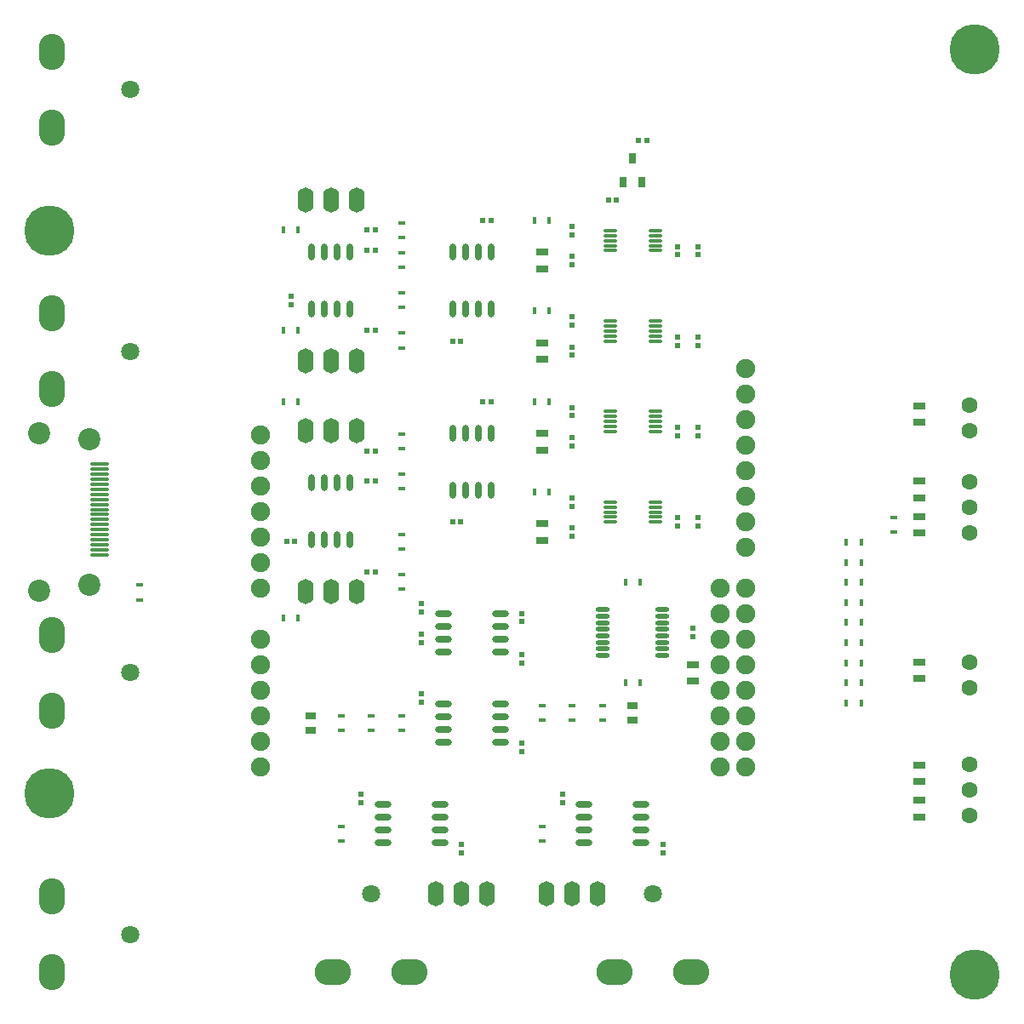
<source format=gbs>
G04*
G04 #@! TF.GenerationSoftware,Altium Limited,Altium Designer,19.1.5 (86)*
G04*
G04 Layer_Color=16711935*
%FSLAX25Y25*%
%MOIN*%
G70*
G01*
G75*
%ADD18O,0.06299X0.09843*%
%ADD19C,0.08661*%
%ADD20C,0.07087*%
%ADD21O,0.14173X0.10236*%
%ADD22O,0.10236X0.14173*%
%ADD23C,0.07500*%
%ADD24C,0.06299*%
%ADD25C,0.19685*%
%ADD42R,0.03150X0.01772*%
%ADD43R,0.02047X0.02047*%
%ADD44O,0.06496X0.02559*%
%ADD45R,0.01772X0.03150*%
%ADD46R,0.03937X0.03150*%
%ADD47R,0.02047X0.02047*%
%ADD48O,0.07874X0.01181*%
%ADD49O,0.05512X0.01181*%
%ADD50O,0.05512X0.01772*%
%ADD51O,0.02559X0.06496*%
%ADD52R,0.02559X0.03937*%
%ADD53R,0.05118X0.03150*%
D18*
X220472Y47244D02*
D03*
X230472D02*
D03*
X210472D02*
D03*
X177165D02*
D03*
X167165D02*
D03*
X187165D02*
D03*
X135984Y319134D02*
D03*
X115984D02*
D03*
X125984D02*
D03*
X135984Y256142D02*
D03*
X115984D02*
D03*
X125984D02*
D03*
X135984Y228583D02*
D03*
X115984D02*
D03*
X125984D02*
D03*
X135984Y165591D02*
D03*
X115984D02*
D03*
X125984D02*
D03*
D19*
X11811Y165945D02*
D03*
Y227756D02*
D03*
X31496Y168307D02*
D03*
Y225394D02*
D03*
D20*
X251969Y47244D02*
D03*
X47244Y259842D02*
D03*
Y362205D02*
D03*
Y31496D02*
D03*
Y133858D02*
D03*
X141732Y47244D02*
D03*
D21*
X266929Y16535D02*
D03*
X237008D02*
D03*
X156693D02*
D03*
X126772D02*
D03*
D22*
X16535Y244882D02*
D03*
Y274803D02*
D03*
Y347244D02*
D03*
Y377165D02*
D03*
Y16535D02*
D03*
Y46457D02*
D03*
Y118898D02*
D03*
Y148819D02*
D03*
D23*
X278425Y97087D02*
D03*
X98425Y227087D02*
D03*
Y217087D02*
D03*
Y197087D02*
D03*
Y207087D02*
D03*
Y177087D02*
D03*
Y187087D02*
D03*
Y167087D02*
D03*
Y127087D02*
D03*
Y147087D02*
D03*
Y137087D02*
D03*
Y97087D02*
D03*
Y117087D02*
D03*
Y107087D02*
D03*
X288425Y97087D02*
D03*
Y117087D02*
D03*
Y107087D02*
D03*
Y127087D02*
D03*
Y147087D02*
D03*
Y137087D02*
D03*
Y157087D02*
D03*
Y167087D02*
D03*
Y253087D02*
D03*
Y243087D02*
D03*
Y223087D02*
D03*
Y233087D02*
D03*
Y213087D02*
D03*
Y193087D02*
D03*
Y203087D02*
D03*
Y183087D02*
D03*
X278425Y107087D02*
D03*
Y117087D02*
D03*
Y127087D02*
D03*
Y137087D02*
D03*
Y147087D02*
D03*
Y157087D02*
D03*
Y167087D02*
D03*
D24*
X375984Y208661D02*
D03*
Y188661D02*
D03*
Y238661D02*
D03*
Y228661D02*
D03*
Y198661D02*
D03*
Y97953D02*
D03*
Y127953D02*
D03*
Y137953D02*
D03*
Y77953D02*
D03*
Y87953D02*
D03*
D25*
X15748Y86614D02*
D03*
Y307087D02*
D03*
X377953Y377953D02*
D03*
Y15748D02*
D03*
D42*
X51181Y168209D02*
D03*
Y162500D02*
D03*
X153543Y266870D02*
D03*
Y261161D02*
D03*
Y227500D02*
D03*
Y221791D02*
D03*
Y172382D02*
D03*
Y166673D02*
D03*
X346457Y194783D02*
D03*
Y189075D02*
D03*
X153543Y292657D02*
D03*
Y298366D02*
D03*
X153543Y188130D02*
D03*
Y182421D02*
D03*
Y211752D02*
D03*
Y206043D02*
D03*
Y276909D02*
D03*
Y282618D02*
D03*
Y310177D02*
D03*
Y304468D02*
D03*
X129921Y117027D02*
D03*
Y111319D02*
D03*
X141732D02*
D03*
Y117027D02*
D03*
X129921Y73721D02*
D03*
Y68012D02*
D03*
X153543Y111319D02*
D03*
Y117027D02*
D03*
X208661Y115256D02*
D03*
Y120965D02*
D03*
X220472Y115256D02*
D03*
Y120965D02*
D03*
X208661Y73721D02*
D03*
Y68012D02*
D03*
X232283Y120965D02*
D03*
Y115256D02*
D03*
D43*
X137795Y86260D02*
D03*
Y83031D02*
D03*
X177165Y63346D02*
D03*
Y66575D02*
D03*
X110236Y278150D02*
D03*
Y281378D02*
D03*
X255906Y66575D02*
D03*
Y63346D02*
D03*
X220472Y190591D02*
D03*
Y187362D02*
D03*
Y273268D02*
D03*
Y270039D02*
D03*
X200787Y153898D02*
D03*
Y157126D02*
D03*
X161417Y157835D02*
D03*
Y161063D02*
D03*
Y122402D02*
D03*
Y125630D02*
D03*
X220472Y202402D02*
D03*
Y199173D02*
D03*
Y237835D02*
D03*
Y234606D02*
D03*
Y261457D02*
D03*
Y258228D02*
D03*
Y308701D02*
D03*
Y305472D02*
D03*
Y226024D02*
D03*
Y222795D02*
D03*
Y296890D02*
D03*
Y293661D02*
D03*
X161417Y145669D02*
D03*
Y148898D02*
D03*
X269685Y194528D02*
D03*
Y191299D02*
D03*
Y229961D02*
D03*
Y226732D02*
D03*
Y265394D02*
D03*
Y262165D02*
D03*
Y300827D02*
D03*
Y297598D02*
D03*
X261811Y194528D02*
D03*
Y191299D02*
D03*
Y229961D02*
D03*
Y226732D02*
D03*
Y265394D02*
D03*
Y262165D02*
D03*
Y300827D02*
D03*
Y297598D02*
D03*
X267717Y147992D02*
D03*
Y151221D02*
D03*
X200787Y141024D02*
D03*
Y137795D02*
D03*
Y106299D02*
D03*
Y103071D02*
D03*
X216535Y83031D02*
D03*
Y86260D02*
D03*
D44*
X168602Y82303D02*
D03*
Y77303D02*
D03*
Y72303D02*
D03*
Y67303D02*
D03*
X146358Y82303D02*
D03*
Y77303D02*
D03*
Y72303D02*
D03*
Y67303D02*
D03*
X169980Y142106D02*
D03*
Y147106D02*
D03*
Y152106D02*
D03*
Y157106D02*
D03*
X192224Y142106D02*
D03*
Y147106D02*
D03*
Y152106D02*
D03*
Y157106D02*
D03*
X247342Y82303D02*
D03*
Y77303D02*
D03*
Y72303D02*
D03*
Y67303D02*
D03*
X225098Y82303D02*
D03*
Y77303D02*
D03*
Y72303D02*
D03*
Y67303D02*
D03*
X169980Y106673D02*
D03*
Y111673D02*
D03*
Y116673D02*
D03*
Y121673D02*
D03*
X192224Y106673D02*
D03*
Y111673D02*
D03*
Y116673D02*
D03*
Y121673D02*
D03*
D45*
X333563Y169291D02*
D03*
X327854D02*
D03*
X333563Y185039D02*
D03*
X327854D02*
D03*
X333563Y177165D02*
D03*
X327854D02*
D03*
X333563Y161417D02*
D03*
X327854D02*
D03*
X333563Y153543D02*
D03*
X327854D02*
D03*
X333563Y145669D02*
D03*
X327854D02*
D03*
X333563Y137795D02*
D03*
X327854D02*
D03*
X333563Y129921D02*
D03*
X327854D02*
D03*
X333563Y122047D02*
D03*
X327854D02*
D03*
X113091Y155512D02*
D03*
X107382D02*
D03*
X113091Y240158D02*
D03*
X107382D02*
D03*
X113091Y267953D02*
D03*
X107382D02*
D03*
X113091Y307323D02*
D03*
X107382D02*
D03*
X241240Y169291D02*
D03*
X246949D02*
D03*
X205807Y204724D02*
D03*
X211516D02*
D03*
X205807Y240158D02*
D03*
X211516D02*
D03*
X205807Y275591D02*
D03*
X211516D02*
D03*
X241240Y129921D02*
D03*
X246949D02*
D03*
X205807Y311024D02*
D03*
X211516D02*
D03*
D46*
X244094Y120866D02*
D03*
Y115354D02*
D03*
X118110Y116929D02*
D03*
Y111417D02*
D03*
D47*
X143347Y267953D02*
D03*
X140118D02*
D03*
X143347Y220709D02*
D03*
X140118D02*
D03*
X246417Y342520D02*
D03*
X249646D02*
D03*
X111850Y185276D02*
D03*
X108622D02*
D03*
X140118Y173465D02*
D03*
X143347D02*
D03*
X140118Y307323D02*
D03*
X143347D02*
D03*
X140118Y208898D02*
D03*
X143347D02*
D03*
X140118Y299449D02*
D03*
X143347D02*
D03*
X188622Y240158D02*
D03*
X185394D02*
D03*
X173583Y263779D02*
D03*
X176811D02*
D03*
X237835Y318898D02*
D03*
X234606D02*
D03*
X188622Y311024D02*
D03*
X185394D02*
D03*
X173583Y192913D02*
D03*
X176811D02*
D03*
D48*
X35433Y180118D02*
D03*
Y211614D02*
D03*
Y209646D02*
D03*
Y203740D02*
D03*
Y201772D02*
D03*
Y187992D02*
D03*
Y186024D02*
D03*
Y195866D02*
D03*
Y193898D02*
D03*
Y184055D02*
D03*
Y182087D02*
D03*
Y191929D02*
D03*
Y189961D02*
D03*
Y215551D02*
D03*
Y213583D02*
D03*
Y207677D02*
D03*
Y205709D02*
D03*
Y197835D02*
D03*
Y199803D02*
D03*
D49*
X252953Y307087D02*
D03*
Y305118D02*
D03*
Y303150D02*
D03*
Y301181D02*
D03*
Y299213D02*
D03*
X235236Y307087D02*
D03*
Y305118D02*
D03*
Y303150D02*
D03*
Y301181D02*
D03*
Y299213D02*
D03*
X252953Y271654D02*
D03*
Y269685D02*
D03*
Y267717D02*
D03*
Y265748D02*
D03*
Y263779D02*
D03*
X235236Y271654D02*
D03*
Y269685D02*
D03*
Y267717D02*
D03*
Y265748D02*
D03*
Y263779D02*
D03*
X252953Y236221D02*
D03*
Y234252D02*
D03*
Y232283D02*
D03*
Y230315D02*
D03*
Y228346D02*
D03*
X235236Y236221D02*
D03*
Y234252D02*
D03*
Y232283D02*
D03*
Y230315D02*
D03*
Y228346D02*
D03*
X252953Y200787D02*
D03*
Y198819D02*
D03*
Y196850D02*
D03*
Y194882D02*
D03*
Y192913D02*
D03*
X235236Y200787D02*
D03*
Y198819D02*
D03*
Y196850D02*
D03*
Y194882D02*
D03*
Y192913D02*
D03*
D50*
X232480Y140650D02*
D03*
Y143209D02*
D03*
Y145768D02*
D03*
Y148327D02*
D03*
Y150886D02*
D03*
Y153445D02*
D03*
Y156004D02*
D03*
Y158563D02*
D03*
X255709Y140650D02*
D03*
Y143209D02*
D03*
Y145768D02*
D03*
Y148327D02*
D03*
Y150886D02*
D03*
Y153445D02*
D03*
Y156004D02*
D03*
Y158563D02*
D03*
D51*
X173602Y227658D02*
D03*
X178602D02*
D03*
X183602D02*
D03*
X188602D02*
D03*
X173602Y205413D02*
D03*
X178602D02*
D03*
X183602D02*
D03*
X188602D02*
D03*
X118484Y208209D02*
D03*
X123484D02*
D03*
X128484D02*
D03*
X133484D02*
D03*
X118484Y185965D02*
D03*
X123484D02*
D03*
X128484D02*
D03*
X133484D02*
D03*
X173602Y298524D02*
D03*
X178602D02*
D03*
X183602D02*
D03*
X188602D02*
D03*
X173602Y276279D02*
D03*
X178602D02*
D03*
X183602D02*
D03*
X188602D02*
D03*
X118484Y298760D02*
D03*
X123484D02*
D03*
X128484D02*
D03*
X133484D02*
D03*
X118484Y276516D02*
D03*
X123484D02*
D03*
X128484D02*
D03*
X133484D02*
D03*
D52*
X247835Y325984D02*
D03*
X240354D02*
D03*
X244094Y335433D02*
D03*
D53*
X356299Y231988D02*
D03*
Y238484D02*
D03*
Y195177D02*
D03*
Y188681D02*
D03*
Y202461D02*
D03*
Y208957D02*
D03*
X356299Y91240D02*
D03*
Y97736D02*
D03*
X356299Y131595D02*
D03*
Y138091D02*
D03*
X356299Y83957D02*
D03*
Y77461D02*
D03*
X267717Y130610D02*
D03*
Y137106D02*
D03*
X208661Y185728D02*
D03*
Y192224D02*
D03*
X208661Y221161D02*
D03*
Y227658D02*
D03*
Y256594D02*
D03*
Y263091D02*
D03*
Y292028D02*
D03*
Y298524D02*
D03*
M02*

</source>
